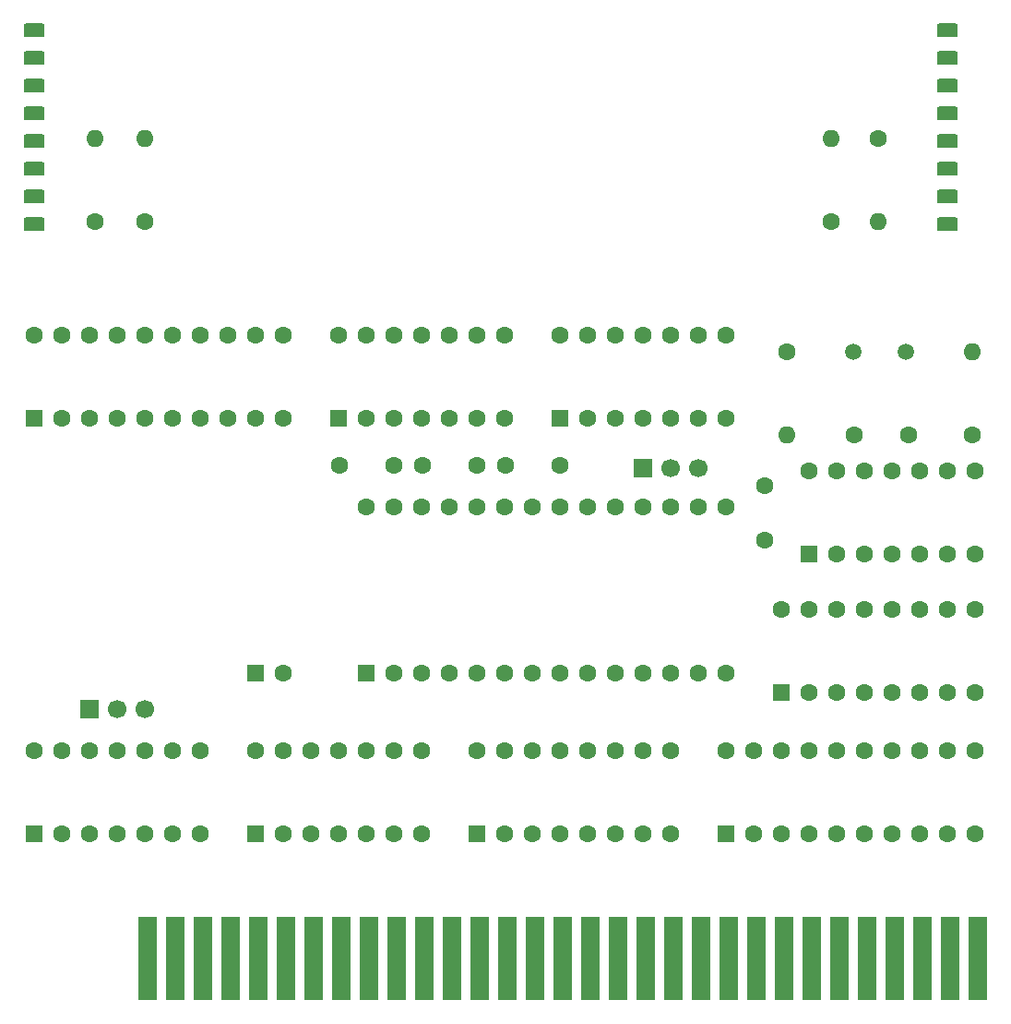
<source format=gbr>
%TF.GenerationSoftware,KiCad,Pcbnew,9.0.1*%
%TF.CreationDate,2025-07-02T19:30:22-06:00*%
%TF.ProjectId,transputer,7472616e-7370-4757-9465-722e6b696361,rev?*%
%TF.SameCoordinates,Original*%
%TF.FileFunction,Soldermask,Top*%
%TF.FilePolarity,Negative*%
%FSLAX46Y46*%
G04 Gerber Fmt 4.6, Leading zero omitted, Abs format (unit mm)*
G04 Created by KiCad (PCBNEW 9.0.1) date 2025-07-02 19:30:22*
%MOMM*%
%LPD*%
G01*
G04 APERTURE LIST*
G04 Aperture macros list*
%AMRoundRect*
0 Rectangle with rounded corners*
0 $1 Rounding radius*
0 $2 $3 $4 $5 $6 $7 $8 $9 X,Y pos of 4 corners*
0 Add a 4 corners polygon primitive as box body*
4,1,4,$2,$3,$4,$5,$6,$7,$8,$9,$2,$3,0*
0 Add four circle primitives for the rounded corners*
1,1,$1+$1,$2,$3*
1,1,$1+$1,$4,$5*
1,1,$1+$1,$6,$7*
1,1,$1+$1,$8,$9*
0 Add four rect primitives between the rounded corners*
20,1,$1+$1,$2,$3,$4,$5,0*
20,1,$1+$1,$4,$5,$6,$7,0*
20,1,$1+$1,$6,$7,$8,$9,0*
20,1,$1+$1,$8,$9,$2,$3,0*%
G04 Aperture macros list end*
%ADD10C,1.600000*%
%ADD11O,1.600000X1.600000*%
%ADD12RoundRect,0.250000X0.550000X-0.550000X0.550000X0.550000X-0.550000X0.550000X-0.550000X-0.550000X0*%
%ADD13RoundRect,0.190500X-0.762000X-0.444500X0.762000X-0.444500X0.762000X0.444500X-0.762000X0.444500X0*%
%ADD14R,1.700000X1.700000*%
%ADD15C,1.700000*%
%ADD16R,1.600000X1.600000*%
%ADD17C,1.500000*%
%ADD18R,1.778000X7.620000*%
G04 APERTURE END LIST*
D10*
%TO.C,R2*%
X190246000Y-82804000D03*
D11*
X190246000Y-75184000D03*
%TD*%
D10*
%TO.C,C1*%
X179364000Y-82804000D03*
X184364000Y-82804000D03*
%TD*%
D12*
%TO.C,U3*%
X144780000Y-119375000D03*
D10*
X147320000Y-119375000D03*
X149860000Y-119375000D03*
X152400000Y-119375000D03*
X154940000Y-119375000D03*
X157480000Y-119375000D03*
X160020000Y-119375000D03*
X162560000Y-119375000D03*
X162560000Y-111755000D03*
X160020000Y-111755000D03*
X157480000Y-111755000D03*
X154940000Y-111755000D03*
X152400000Y-111755000D03*
X149860000Y-111755000D03*
X147320000Y-111755000D03*
X144780000Y-111755000D03*
%TD*%
D13*
%TO.C,U8*%
X104140000Y-45720000D03*
X104140000Y-48260000D03*
X104140000Y-50800000D03*
X104140000Y-53340000D03*
X104140000Y-55880000D03*
X104140000Y-58420000D03*
X104140000Y-60960000D03*
X104140000Y-63500000D03*
X187960000Y-63500000D03*
X187960000Y-60960000D03*
X187960000Y-58420000D03*
X187960000Y-55880000D03*
X187960000Y-53340000D03*
X187960000Y-50800000D03*
X187960000Y-48260000D03*
X187960000Y-45720000D03*
%TD*%
D14*
%TO.C,JP2*%
X109220000Y-107950000D03*
D15*
X111760000Y-107950000D03*
X114300000Y-107950000D03*
%TD*%
D12*
%TO.C,U6*%
X172720000Y-106421000D03*
D10*
X175260000Y-106421000D03*
X177800000Y-106421000D03*
X180340000Y-106421000D03*
X182880000Y-106421000D03*
X185420000Y-106421000D03*
X187960000Y-106421000D03*
X190500000Y-106421000D03*
X190500000Y-98801000D03*
X187960000Y-98801000D03*
X185420000Y-98801000D03*
X182880000Y-98801000D03*
X180340000Y-98801000D03*
X177800000Y-98801000D03*
X175260000Y-98801000D03*
X172720000Y-98801000D03*
%TD*%
%TO.C,R3*%
X114300000Y-63246000D03*
D11*
X114300000Y-55626000D03*
%TD*%
D12*
%TO.C,U10*%
X104140000Y-81280000D03*
D10*
X106680000Y-81280000D03*
X109220000Y-81280000D03*
X111760000Y-81280000D03*
X114300000Y-81280000D03*
X116840000Y-81280000D03*
X119380000Y-81280000D03*
X121920000Y-81280000D03*
X124460000Y-81280000D03*
X127000000Y-81280000D03*
X127000000Y-73660000D03*
X124460000Y-73660000D03*
X121920000Y-73660000D03*
X119380000Y-73660000D03*
X116840000Y-73660000D03*
X114300000Y-73660000D03*
X111760000Y-73660000D03*
X109220000Y-73660000D03*
X106680000Y-73660000D03*
X104140000Y-73660000D03*
%TD*%
%TO.C,R1*%
X173228000Y-75184000D03*
D11*
X173228000Y-82804000D03*
%TD*%
D14*
%TO.C,JP1*%
X160020000Y-85852000D03*
D15*
X162560000Y-85852000D03*
X165100000Y-85852000D03*
%TD*%
D12*
%TO.C,U2*%
X104140000Y-119375000D03*
D10*
X106680000Y-119375000D03*
X109220000Y-119375000D03*
X111760000Y-119375000D03*
X114300000Y-119375000D03*
X116840000Y-119375000D03*
X119380000Y-119375000D03*
X119380000Y-111755000D03*
X116840000Y-111755000D03*
X114300000Y-111755000D03*
X111760000Y-111755000D03*
X109220000Y-111755000D03*
X106680000Y-111755000D03*
X104140000Y-111755000D03*
%TD*%
%TO.C,C5*%
X171150000Y-92416000D03*
X171150000Y-87416000D03*
%TD*%
D16*
%TO.C,C6*%
X124460000Y-104648000D03*
D10*
X126960000Y-104648000D03*
%TD*%
%TO.C,C4*%
X147400000Y-85598000D03*
X152400000Y-85598000D03*
%TD*%
D12*
%TO.C,U5*%
X175260000Y-93726000D03*
D10*
X177800000Y-93726000D03*
X180340000Y-93726000D03*
X182880000Y-93726000D03*
X185420000Y-93726000D03*
X187960000Y-93726000D03*
X190500000Y-93726000D03*
X190500000Y-86106000D03*
X187960000Y-86106000D03*
X185420000Y-86106000D03*
X182880000Y-86106000D03*
X180340000Y-86106000D03*
X177800000Y-86106000D03*
X175260000Y-86106000D03*
%TD*%
%TO.C,C2*%
X132160000Y-85598000D03*
X137160000Y-85598000D03*
%TD*%
%TO.C,R6*%
X177292000Y-63246000D03*
D11*
X177292000Y-55626000D03*
%TD*%
D12*
%TO.C,U1*%
X167640000Y-119380000D03*
D10*
X170180000Y-119380000D03*
X172720000Y-119380000D03*
X175260000Y-119380000D03*
X177800000Y-119380000D03*
X180340000Y-119380000D03*
X182880000Y-119380000D03*
X185420000Y-119380000D03*
X187960000Y-119380000D03*
X190500000Y-119380000D03*
X190500000Y-111760000D03*
X187960000Y-111760000D03*
X185420000Y-111760000D03*
X182880000Y-111760000D03*
X180340000Y-111760000D03*
X177800000Y-111760000D03*
X175260000Y-111760000D03*
X172720000Y-111760000D03*
X170180000Y-111760000D03*
X167640000Y-111760000D03*
%TD*%
%TO.C,R4*%
X109728000Y-63246000D03*
D11*
X109728000Y-55626000D03*
%TD*%
D12*
%TO.C,U4*%
X124460000Y-119375000D03*
D10*
X127000000Y-119375000D03*
X129540000Y-119375000D03*
X132080000Y-119375000D03*
X134620000Y-119375000D03*
X137160000Y-119375000D03*
X139700000Y-119375000D03*
X139700000Y-111755000D03*
X137160000Y-111755000D03*
X134620000Y-111755000D03*
X132080000Y-111755000D03*
X129540000Y-111755000D03*
X127000000Y-111755000D03*
X124460000Y-111755000D03*
%TD*%
D17*
%TO.C,Y1*%
X179270000Y-75184000D03*
X184150000Y-75184000D03*
%TD*%
D10*
%TO.C,R5*%
X181610000Y-55626000D03*
D11*
X181610000Y-63246000D03*
%TD*%
D12*
%TO.C,U9*%
X152400000Y-81280000D03*
D10*
X154940000Y-81280000D03*
X157480000Y-81280000D03*
X160020000Y-81280000D03*
X162560000Y-81280000D03*
X165100000Y-81280000D03*
X167640000Y-81280000D03*
X167640000Y-73660000D03*
X165100000Y-73660000D03*
X162560000Y-73660000D03*
X160020000Y-73660000D03*
X157480000Y-73660000D03*
X154940000Y-73660000D03*
X152400000Y-73660000D03*
%TD*%
D12*
%TO.C,U11*%
X134620000Y-104648000D03*
D10*
X137160000Y-104648000D03*
X139700000Y-104648000D03*
X142240000Y-104648000D03*
X144780000Y-104648000D03*
X147320000Y-104648000D03*
X149860000Y-104648000D03*
X152400000Y-104648000D03*
X154940000Y-104648000D03*
X157480000Y-104648000D03*
X160020000Y-104648000D03*
X162560000Y-104648000D03*
X165100000Y-104648000D03*
X167640000Y-104648000D03*
X167640000Y-89408000D03*
X165100000Y-89408000D03*
X162560000Y-89408000D03*
X160020000Y-89408000D03*
X157480000Y-89408000D03*
X154940000Y-89408000D03*
X152400000Y-89408000D03*
X149860000Y-89408000D03*
X147320000Y-89408000D03*
X144780000Y-89408000D03*
X142240000Y-89408000D03*
X139700000Y-89408000D03*
X137160000Y-89408000D03*
X134620000Y-89408000D03*
%TD*%
D12*
%TO.C,U7*%
X132080000Y-81280000D03*
D10*
X134620000Y-81280000D03*
X137160000Y-81280000D03*
X139700000Y-81280000D03*
X142240000Y-81280000D03*
X144780000Y-81280000D03*
X147320000Y-81280000D03*
X147320000Y-73660000D03*
X144780000Y-73660000D03*
X142240000Y-73660000D03*
X139700000Y-73660000D03*
X137160000Y-73660000D03*
X134620000Y-73660000D03*
X132080000Y-73660000D03*
%TD*%
%TO.C,C3*%
X139780000Y-85598000D03*
X144780000Y-85598000D03*
%TD*%
D18*
%TO.C,J1*%
X190690000Y-130750000D03*
X188150000Y-130750000D03*
X185610000Y-130750000D03*
X183070000Y-130750000D03*
X180530000Y-130750000D03*
X177990000Y-130750000D03*
X175450000Y-130750000D03*
X172910000Y-130750000D03*
X170370000Y-130750000D03*
X167830000Y-130750000D03*
X165290000Y-130750000D03*
X162750000Y-130750000D03*
X160210000Y-130750000D03*
X157670000Y-130750000D03*
X155130000Y-130750000D03*
X152590000Y-130750000D03*
X150050000Y-130750000D03*
X147510000Y-130750000D03*
X144970000Y-130750000D03*
X142430000Y-130750000D03*
X139890000Y-130750000D03*
X137350000Y-130750000D03*
X134810000Y-130750000D03*
X132270000Y-130750000D03*
X129730000Y-130750000D03*
X127190000Y-130750000D03*
X124650000Y-130750000D03*
X122110000Y-130750000D03*
X119570000Y-130750000D03*
X117030000Y-130750000D03*
X114490000Y-130750000D03*
%TD*%
M02*

</source>
